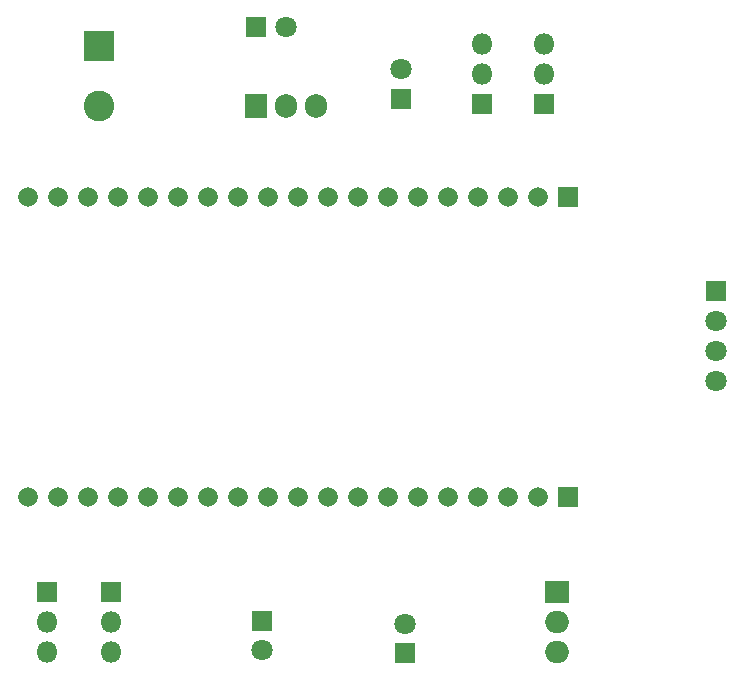
<source format=gbr>
%TF.GenerationSoftware,KiCad,Pcbnew,(5.1.12)-1*%
%TF.CreationDate,2022-11-28T15:07:04-05:00*%
%TF.ProjectId,Acceso,41636365-736f-42e6-9b69-6361645f7063,rev?*%
%TF.SameCoordinates,Original*%
%TF.FileFunction,Soldermask,Top*%
%TF.FilePolarity,Negative*%
%FSLAX46Y46*%
G04 Gerber Fmt 4.6, Leading zero omitted, Abs format (unit mm)*
G04 Created by KiCad (PCBNEW (5.1.12)-1) date 2022-11-28 15:07:04*
%MOMM*%
%LPD*%
G01*
G04 APERTURE LIST*
%ADD10O,1.905000X2.000000*%
%ADD11R,1.905000X2.000000*%
%ADD12C,1.665000*%
%ADD13R,1.665000X1.665000*%
%ADD14C,1.800000*%
%ADD15R,1.800000X1.800000*%
%ADD16C,2.600000*%
%ADD17R,2.600000X2.600000*%
%ADD18O,2.000000X1.905000*%
%ADD19R,2.000000X1.905000*%
%ADD20O,1.800000X1.800000*%
%ADD21R,1.700000X1.700000*%
G04 APERTURE END LIST*
D10*
%TO.C,U3*%
X13380000Y12850000D03*
X10840000Y12850000D03*
D11*
X8300000Y12850000D03*
%TD*%
D12*
%TO.C,U1*%
X-8380000Y-20250000D03*
X-5840000Y-20250000D03*
X-3300000Y-20250000D03*
X-760000Y-20250000D03*
X1780000Y-20250000D03*
X4320000Y-20250000D03*
X6860000Y-20250000D03*
X9400000Y-20250000D03*
X11940000Y-20250000D03*
X14480000Y-20250000D03*
X17020000Y-20250000D03*
X19560000Y-20250000D03*
X22100000Y-20250000D03*
X24640000Y-20250000D03*
X27180000Y-20250000D03*
X29720000Y-20250000D03*
X32260000Y-20250000D03*
D13*
X34800000Y-20250000D03*
D12*
X-8380000Y5150000D03*
X-5840000Y5150000D03*
X-3300000Y5150000D03*
X-760000Y5150000D03*
X1780000Y5150000D03*
X4320000Y5150000D03*
X6860000Y5150000D03*
X9400000Y5150000D03*
X11940000Y5150000D03*
X14480000Y5150000D03*
X17020000Y5150000D03*
X19560000Y5150000D03*
X22100000Y5150000D03*
X24640000Y5150000D03*
X27180000Y5150000D03*
X29720000Y5150000D03*
X32260000Y5150000D03*
D13*
X34800000Y5150000D03*
D12*
X-11000000Y5150000D03*
X-10980000Y-20250000D03*
%TD*%
D14*
%TO.C,C4*%
X20950000Y-31000000D03*
D15*
X20950000Y-33500000D03*
%TD*%
D14*
%TO.C,C3*%
X20650000Y15950000D03*
D15*
X20650000Y13450000D03*
%TD*%
D14*
%TO.C,C2*%
X10850000Y19550000D03*
D15*
X8350000Y19550000D03*
%TD*%
D14*
%TO.C,C1*%
X8850000Y-33250000D03*
D15*
X8850000Y-30750000D03*
%TD*%
D14*
%TO.C,D1*%
X47250000Y-10470000D03*
X47250000Y-7930000D03*
X47250000Y-5390000D03*
D15*
X47250000Y-2850000D03*
%TD*%
D16*
%TO.C,J5*%
X-4950000Y12820000D03*
D17*
X-4950000Y17900000D03*
%TD*%
D18*
%TO.C,U2*%
X33800000Y-33430000D03*
X33800000Y-30890000D03*
D19*
X33800000Y-28350000D03*
%TD*%
D20*
%TO.C,J4*%
X27450000Y18080000D03*
X27450000Y15540000D03*
D21*
X27450000Y13000000D03*
%TD*%
D20*
%TO.C,J3*%
X-3950000Y-33380000D03*
X-3950000Y-30840000D03*
D21*
X-3950000Y-28300000D03*
%TD*%
D20*
%TO.C,J2*%
X-9350000Y-33380000D03*
X-9350000Y-30840000D03*
D21*
X-9350000Y-28300000D03*
%TD*%
D20*
%TO.C,J1*%
X32700000Y18080000D03*
X32700000Y15540000D03*
D15*
X32700000Y13000000D03*
%TD*%
M02*

</source>
